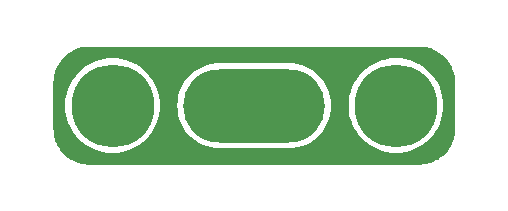
<source format=gtl>
G04 #@! TF.GenerationSoftware,KiCad,Pcbnew,7.0.7*
G04 #@! TF.CreationDate,2024-01-15T20:46:30+01:00*
G04 #@! TF.ProjectId,USB_Type-C_mounting,5553425f-5479-4706-952d-435f6d6f756e,rev?*
G04 #@! TF.SameCoordinates,Original*
G04 #@! TF.FileFunction,Copper,L1,Top*
G04 #@! TF.FilePolarity,Positive*
%FSLAX46Y46*%
G04 Gerber Fmt 4.6, Leading zero omitted, Abs format (unit mm)*
G04 Created by KiCad (PCBNEW 7.0.7) date 2024-01-15 20:46:30*
%MOMM*%
%LPD*%
G01*
G04 APERTURE LIST*
G04 #@! TA.AperFunction,CastellatedPad*
%ADD10C,7.000000*%
G04 #@! TD*
G04 #@! TA.AperFunction,CastellatedPad*
%ADD11O,12.000000X6.200000*%
G04 #@! TD*
G04 APERTURE END LIST*
D10*
X88750000Y-56750000D03*
D11*
X100750000Y-56750000D03*
D10*
X112750000Y-56750000D03*
G04 #@! TA.AperFunction,NonConductor*
G36*
X114751627Y-51750585D02*
G01*
X114883403Y-51757491D01*
X114990917Y-51763529D01*
X115066958Y-51767800D01*
X115073285Y-51768477D01*
X115147846Y-51780285D01*
X115225647Y-51792608D01*
X115388124Y-51820214D01*
X115393867Y-51821468D01*
X115546693Y-51862418D01*
X115701694Y-51907073D01*
X115706799Y-51908784D01*
X115856183Y-51966127D01*
X116003983Y-52027348D01*
X116008441Y-52029403D01*
X116091423Y-52071685D01*
X116151921Y-52102511D01*
X116197336Y-52127610D01*
X116291458Y-52179630D01*
X116295244Y-52181901D01*
X116430877Y-52269983D01*
X116535551Y-52344253D01*
X116560723Y-52362114D01*
X116563915Y-52364534D01*
X116688721Y-52465601D01*
X116691053Y-52467585D01*
X116808703Y-52572722D01*
X116811253Y-52575133D01*
X116924864Y-52688744D01*
X116927276Y-52691295D01*
X117032413Y-52808945D01*
X117034397Y-52811277D01*
X117135464Y-52936083D01*
X117137884Y-52939275D01*
X117185374Y-53006205D01*
X117230029Y-53069140D01*
X117318083Y-53204731D01*
X117320379Y-53208557D01*
X117346902Y-53256549D01*
X117397488Y-53348078D01*
X117470586Y-53491538D01*
X117472658Y-53496033D01*
X117533877Y-53643829D01*
X117591208Y-53793183D01*
X117592931Y-53798322D01*
X117637579Y-53953297D01*
X117678528Y-54106123D01*
X117679785Y-54111879D01*
X117707394Y-54274369D01*
X117731522Y-54426713D01*
X117732198Y-54433039D01*
X117742509Y-54616617D01*
X117743005Y-54626073D01*
X117749414Y-54748372D01*
X117749500Y-54751644D01*
X117749500Y-58748355D01*
X117749414Y-58751628D01*
X117745590Y-58824603D01*
X117742509Y-58883383D01*
X117732198Y-59066959D01*
X117731522Y-59073285D01*
X117707394Y-59225630D01*
X117679785Y-59388119D01*
X117678528Y-59393875D01*
X117637579Y-59546702D01*
X117592931Y-59701676D01*
X117591208Y-59706815D01*
X117533877Y-59856170D01*
X117472658Y-60003965D01*
X117470586Y-60008459D01*
X117397488Y-60151921D01*
X117320387Y-60291427D01*
X117318083Y-60295267D01*
X117230021Y-60430872D01*
X117137884Y-60560724D01*
X117135464Y-60563915D01*
X117034397Y-60688721D01*
X117032413Y-60691053D01*
X116927276Y-60808703D01*
X116924847Y-60811272D01*
X116811272Y-60924847D01*
X116808703Y-60927276D01*
X116691053Y-61032413D01*
X116688721Y-61034397D01*
X116563915Y-61135464D01*
X116560724Y-61137884D01*
X116430874Y-61230019D01*
X116413303Y-61241429D01*
X116295267Y-61318083D01*
X116291427Y-61320387D01*
X116151921Y-61397488D01*
X116008459Y-61470586D01*
X116003965Y-61472658D01*
X115856170Y-61533877D01*
X115706815Y-61591208D01*
X115701676Y-61592931D01*
X115546702Y-61637579D01*
X115393875Y-61678528D01*
X115388119Y-61679785D01*
X115225630Y-61707394D01*
X115073285Y-61731522D01*
X115066959Y-61732198D01*
X114883383Y-61742509D01*
X114827183Y-61745454D01*
X114751627Y-61749414D01*
X114748356Y-61749500D01*
X86751644Y-61749500D01*
X86748372Y-61749414D01*
X86672816Y-61745454D01*
X86616617Y-61742509D01*
X86433039Y-61732198D01*
X86426713Y-61731522D01*
X86274369Y-61707394D01*
X86111879Y-61679785D01*
X86106123Y-61678528D01*
X85953297Y-61637579D01*
X85798322Y-61592931D01*
X85793183Y-61591208D01*
X85643829Y-61533877D01*
X85496033Y-61472658D01*
X85491538Y-61470586D01*
X85348078Y-61397488D01*
X85256549Y-61346902D01*
X85208557Y-61320379D01*
X85204739Y-61318088D01*
X85069134Y-61230025D01*
X85006205Y-61185374D01*
X84939275Y-61137884D01*
X84936083Y-61135464D01*
X84811277Y-61034397D01*
X84808945Y-61032413D01*
X84691295Y-60927276D01*
X84688744Y-60924864D01*
X84575133Y-60811253D01*
X84572722Y-60808703D01*
X84467585Y-60691053D01*
X84465601Y-60688721D01*
X84364534Y-60563915D01*
X84362114Y-60560723D01*
X84344253Y-60535551D01*
X84269979Y-60430872D01*
X84181901Y-60295244D01*
X84179630Y-60291458D01*
X84121674Y-60186595D01*
X84102511Y-60151921D01*
X84051115Y-60051053D01*
X84029403Y-60008441D01*
X84027348Y-60003983D01*
X83966122Y-59856170D01*
X83908784Y-59706799D01*
X83907073Y-59701694D01*
X83862414Y-59546679D01*
X83832575Y-59435318D01*
X83821468Y-59393867D01*
X83820213Y-59388119D01*
X83804566Y-59296028D01*
X83792601Y-59225606D01*
X83791717Y-59220026D01*
X83768477Y-59073285D01*
X83767800Y-59066958D01*
X83757490Y-58883383D01*
X83750585Y-58751627D01*
X83750500Y-58748356D01*
X83750500Y-56750000D01*
X84736666Y-56750000D01*
X84755991Y-57143376D01*
X84813781Y-57532963D01*
X84885462Y-57819128D01*
X84909480Y-57915014D01*
X85018504Y-58219713D01*
X85042163Y-58285836D01*
X85210555Y-58641873D01*
X85210557Y-58641876D01*
X85413037Y-58979693D01*
X85647640Y-59296018D01*
X85647648Y-59296028D01*
X85647651Y-59296032D01*
X85749414Y-59408311D01*
X85912143Y-59587856D01*
X86037725Y-59701676D01*
X86203968Y-59852349D01*
X86203971Y-59852351D01*
X86203981Y-59852359D01*
X86520306Y-60086962D01*
X86520310Y-60086964D01*
X86520311Y-60086965D01*
X86858127Y-60289445D01*
X87214164Y-60457837D01*
X87584991Y-60590521D01*
X87967037Y-60686219D01*
X88356624Y-60744009D01*
X88692477Y-60760508D01*
X88749996Y-60763334D01*
X88750000Y-60763334D01*
X88750004Y-60763334D01*
X88805494Y-60760607D01*
X89143376Y-60744009D01*
X89532963Y-60686219D01*
X89915009Y-60590521D01*
X90285836Y-60457837D01*
X90641873Y-60289445D01*
X90979689Y-60086965D01*
X91296032Y-59852349D01*
X91587856Y-59587856D01*
X91852349Y-59296032D01*
X92086965Y-58979689D01*
X92289445Y-58641873D01*
X92457837Y-58285836D01*
X92590521Y-57915009D01*
X92686219Y-57532963D01*
X92744009Y-57143376D01*
X92763334Y-56750006D01*
X94236548Y-56750006D01*
X94256341Y-57127700D01*
X94315510Y-57501277D01*
X94413404Y-57866624D01*
X94548942Y-58219713D01*
X94548946Y-58219721D01*
X94720659Y-58556726D01*
X94926650Y-58873926D01*
X94926662Y-58873943D01*
X95164669Y-59167857D01*
X95164683Y-59167872D01*
X95432127Y-59435316D01*
X95432142Y-59435330D01*
X95726056Y-59673337D01*
X95726073Y-59673349D01*
X95905082Y-59789598D01*
X96043274Y-59879341D01*
X96380277Y-60051053D01*
X96380281Y-60051054D01*
X96380286Y-60051057D01*
X96733375Y-60186595D01*
X96733380Y-60186596D01*
X96733382Y-60186597D01*
X97098721Y-60284489D01*
X97472291Y-60343657D01*
X97472293Y-60343657D01*
X97472299Y-60343658D01*
X97755504Y-60358500D01*
X97755511Y-60358500D01*
X103744496Y-60358500D01*
X104027700Y-60343658D01*
X104027704Y-60343657D01*
X104027709Y-60343657D01*
X104401279Y-60284489D01*
X104766618Y-60186597D01*
X104766621Y-60186595D01*
X104766624Y-60186595D01*
X105119713Y-60051057D01*
X105119714Y-60051056D01*
X105119723Y-60051053D01*
X105456726Y-59879341D01*
X105773934Y-59673344D01*
X105930324Y-59546702D01*
X106067857Y-59435330D01*
X106067862Y-59435324D01*
X106067871Y-59435318D01*
X106335318Y-59167871D01*
X106335324Y-59167862D01*
X106335330Y-59167857D01*
X106573337Y-58873943D01*
X106573338Y-58873940D01*
X106573344Y-58873934D01*
X106779341Y-58556726D01*
X106951053Y-58219723D01*
X107068020Y-57915014D01*
X107086595Y-57866624D01*
X107176001Y-57532956D01*
X107184489Y-57501279D01*
X107243657Y-57127709D01*
X107243657Y-57127704D01*
X107243658Y-57127700D01*
X107263452Y-56750006D01*
X107263452Y-56750000D01*
X108736666Y-56750000D01*
X108755991Y-57143376D01*
X108813781Y-57532963D01*
X108885462Y-57819128D01*
X108909480Y-57915014D01*
X109018504Y-58219713D01*
X109042163Y-58285836D01*
X109210555Y-58641873D01*
X109210557Y-58641876D01*
X109413037Y-58979693D01*
X109647640Y-59296018D01*
X109647648Y-59296028D01*
X109647651Y-59296032D01*
X109749414Y-59408311D01*
X109912143Y-59587856D01*
X110037725Y-59701676D01*
X110203968Y-59852349D01*
X110203971Y-59852351D01*
X110203981Y-59852359D01*
X110520306Y-60086962D01*
X110520310Y-60086964D01*
X110520311Y-60086965D01*
X110858127Y-60289445D01*
X111214164Y-60457837D01*
X111584991Y-60590521D01*
X111967037Y-60686219D01*
X112356624Y-60744009D01*
X112692477Y-60760508D01*
X112749996Y-60763334D01*
X112750000Y-60763334D01*
X112750004Y-60763334D01*
X112805494Y-60760607D01*
X113143376Y-60744009D01*
X113532963Y-60686219D01*
X113915009Y-60590521D01*
X114285836Y-60457837D01*
X114641873Y-60289445D01*
X114979689Y-60086965D01*
X115296032Y-59852349D01*
X115587856Y-59587856D01*
X115852349Y-59296032D01*
X116086965Y-58979689D01*
X116289445Y-58641873D01*
X116457837Y-58285836D01*
X116590521Y-57915009D01*
X116686219Y-57532963D01*
X116744009Y-57143376D01*
X116763334Y-56750000D01*
X116744009Y-56356624D01*
X116686219Y-55967037D01*
X116590521Y-55584991D01*
X116457837Y-55214164D01*
X116289445Y-54858127D01*
X116086965Y-54520311D01*
X116086964Y-54520310D01*
X116086962Y-54520306D01*
X115852359Y-54203981D01*
X115852351Y-54203971D01*
X115852349Y-54203968D01*
X115642422Y-53972348D01*
X115587856Y-53912143D01*
X115324266Y-53673241D01*
X115296032Y-53647651D01*
X115296028Y-53647648D01*
X115296018Y-53647640D01*
X114979693Y-53413037D01*
X114708100Y-53250250D01*
X114641873Y-53210555D01*
X114285836Y-53042163D01*
X114254266Y-53030867D01*
X113915014Y-52909480D01*
X113819128Y-52885462D01*
X113532963Y-52813781D01*
X113492937Y-52807843D01*
X113143385Y-52755992D01*
X113143380Y-52755991D01*
X113143376Y-52755991D01*
X112946688Y-52746328D01*
X112750004Y-52736666D01*
X112749996Y-52736666D01*
X112525213Y-52747708D01*
X112356624Y-52755991D01*
X112356620Y-52755991D01*
X112356614Y-52755992D01*
X111967043Y-52813780D01*
X111967041Y-52813780D01*
X111967037Y-52813781D01*
X111785983Y-52859133D01*
X111584985Y-52909480D01*
X111214166Y-53042162D01*
X111214163Y-53042163D01*
X111214164Y-53042163D01*
X110862352Y-53208557D01*
X110858123Y-53210557D01*
X110520306Y-53413037D01*
X110203981Y-53647640D01*
X110203971Y-53647648D01*
X109912143Y-53912143D01*
X109647648Y-54203971D01*
X109647640Y-54203981D01*
X109413037Y-54520306D01*
X109210557Y-54858123D01*
X109042162Y-55214166D01*
X108909480Y-55584985D01*
X108861630Y-55776014D01*
X108813781Y-55967037D01*
X108755991Y-56356624D01*
X108736666Y-56750000D01*
X107263452Y-56750000D01*
X107263452Y-56749993D01*
X107243658Y-56372299D01*
X107241175Y-56356624D01*
X107184489Y-55998721D01*
X107086597Y-55633382D01*
X107086596Y-55633380D01*
X107086595Y-55633375D01*
X106951057Y-55280286D01*
X106951053Y-55280278D01*
X106951053Y-55280277D01*
X106779341Y-54943274D01*
X106653763Y-54749901D01*
X106573349Y-54626073D01*
X106573337Y-54626056D01*
X106335330Y-54332142D01*
X106335316Y-54332127D01*
X106067872Y-54064683D01*
X106067857Y-54064669D01*
X105773943Y-53826662D01*
X105773926Y-53826650D01*
X105456726Y-53620659D01*
X105119721Y-53448946D01*
X105119713Y-53448942D01*
X104766624Y-53313404D01*
X104401277Y-53215510D01*
X104027700Y-53156341D01*
X103744496Y-53141500D01*
X103744489Y-53141500D01*
X97755511Y-53141500D01*
X97755504Y-53141500D01*
X97472299Y-53156341D01*
X97098722Y-53215510D01*
X96733375Y-53313404D01*
X96380286Y-53448942D01*
X96380278Y-53448946D01*
X96043273Y-53620659D01*
X95726073Y-53826650D01*
X95726056Y-53826662D01*
X95432142Y-54064669D01*
X95432127Y-54064683D01*
X95164683Y-54332127D01*
X95164669Y-54332142D01*
X94926662Y-54626056D01*
X94926650Y-54626073D01*
X94720659Y-54943273D01*
X94548946Y-55280278D01*
X94548942Y-55280286D01*
X94413404Y-55633375D01*
X94315510Y-55998722D01*
X94256341Y-56372299D01*
X94236548Y-56749993D01*
X94236548Y-56750006D01*
X92763334Y-56750006D01*
X92763334Y-56750000D01*
X92744009Y-56356624D01*
X92686219Y-55967037D01*
X92590521Y-55584991D01*
X92457837Y-55214164D01*
X92289445Y-54858127D01*
X92086965Y-54520311D01*
X92086964Y-54520310D01*
X92086962Y-54520306D01*
X91852359Y-54203981D01*
X91852351Y-54203971D01*
X91852349Y-54203968D01*
X91642422Y-53972348D01*
X91587856Y-53912143D01*
X91324266Y-53673241D01*
X91296032Y-53647651D01*
X91296028Y-53647648D01*
X91296018Y-53647640D01*
X90979693Y-53413037D01*
X90708100Y-53250250D01*
X90641873Y-53210555D01*
X90285836Y-53042163D01*
X90254266Y-53030867D01*
X89915014Y-52909480D01*
X89819128Y-52885462D01*
X89532963Y-52813781D01*
X89492937Y-52807843D01*
X89143385Y-52755992D01*
X89143380Y-52755991D01*
X89143376Y-52755991D01*
X88946688Y-52746328D01*
X88750004Y-52736666D01*
X88749996Y-52736666D01*
X88525213Y-52747708D01*
X88356624Y-52755991D01*
X88356620Y-52755991D01*
X88356614Y-52755992D01*
X87967043Y-52813780D01*
X87967041Y-52813780D01*
X87967037Y-52813781D01*
X87785983Y-52859133D01*
X87584985Y-52909480D01*
X87214166Y-53042162D01*
X87214163Y-53042163D01*
X87214164Y-53042163D01*
X86862352Y-53208557D01*
X86858123Y-53210557D01*
X86520306Y-53413037D01*
X86203981Y-53647640D01*
X86203971Y-53647648D01*
X85912143Y-53912143D01*
X85647648Y-54203971D01*
X85647640Y-54203981D01*
X85413037Y-54520306D01*
X85210557Y-54858123D01*
X85042162Y-55214166D01*
X84909480Y-55584985D01*
X84861630Y-55776014D01*
X84813781Y-55967037D01*
X84755991Y-56356624D01*
X84736666Y-56750000D01*
X83750500Y-56750000D01*
X83750500Y-54751643D01*
X83750585Y-54748372D01*
X83757497Y-54616486D01*
X83767800Y-54433039D01*
X83768477Y-54426713D01*
X83783457Y-54332129D01*
X83792611Y-54274331D01*
X83820215Y-54111866D01*
X83821465Y-54106141D01*
X83862425Y-53953279D01*
X83907083Y-53798270D01*
X83908779Y-53793214D01*
X83966127Y-53643815D01*
X84027356Y-53495996D01*
X84029393Y-53491577D01*
X84102511Y-53348078D01*
X84121674Y-53313404D01*
X84179644Y-53208515D01*
X84181885Y-53204780D01*
X84269992Y-53069106D01*
X84362146Y-52939230D01*
X84364511Y-52936112D01*
X84465607Y-52811269D01*
X84467585Y-52808945D01*
X84572755Y-52691259D01*
X84575098Y-52688781D01*
X84688781Y-52575098D01*
X84691259Y-52572755D01*
X84808955Y-52467575D01*
X84811277Y-52465601D01*
X84936112Y-52364511D01*
X84939230Y-52362146D01*
X85069106Y-52269992D01*
X85204780Y-52181885D01*
X85208515Y-52179644D01*
X85348078Y-52102511D01*
X85358062Y-52097423D01*
X85491577Y-52029393D01*
X85495996Y-52027356D01*
X85643815Y-51966127D01*
X85793214Y-51908779D01*
X85798270Y-51907083D01*
X85953279Y-51862425D01*
X86106141Y-51821465D01*
X86111866Y-51820215D01*
X86274284Y-51792618D01*
X86413011Y-51770646D01*
X86426713Y-51768477D01*
X86433040Y-51767800D01*
X86488180Y-51764703D01*
X86616524Y-51757495D01*
X86748372Y-51750585D01*
X86751644Y-51750500D01*
X114748356Y-51750500D01*
X114751627Y-51750585D01*
G37*
G04 #@! TD.AperFunction*
M02*

</source>
